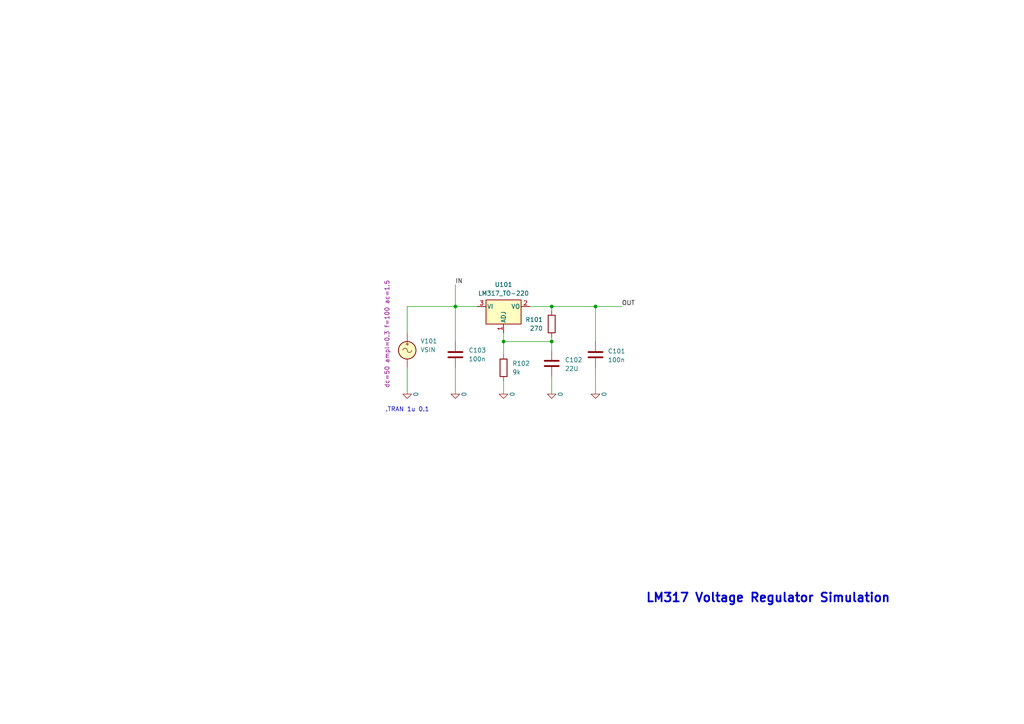
<source format=kicad_sch>
(kicad_sch (version 20250114) (generator "eeschema") (generator_version "9.0")
  (paper "A4")
  (lib_symbols
    (symbol "Device:C" (pin_numbers (hide yes)) (pin_names (offset 0.254))
      (property "Reference" "C" (at 0.635 2.54 0))
      (property "Value" "C" (at 0.635 -2.54 0))
      (symbol "C_0_1"
        (polyline (pts (xy -2.032 0.762) (xy 2.032 0.762)) (stroke (width 0.508)))
        (polyline (pts (xy -2.032 -0.762) (xy 2.032 -0.762)) (stroke (width 0.508)))
      )
      (symbol "C_1_1"
        (pin passive line (at 0 3.81 270) (length 2.794) (name "~") (number "1"))
        (pin passive line (at 0 -3.81 90) (length 2.794) (name "~") (number "2"))
      )
    )
    (symbol "Device:R" (pin_numbers (hide yes)) (pin_names (offset 0))
      (property "Reference" "R" (at 2.032 0 90))
      (property "Value" "R" (at 0 0 90))
      (symbol "R_0_1"
        (rectangle (start -1.016 -2.54) (end 1.016 2.54) (stroke (width 0.254)))
      )
      (symbol "R_1_1"
        (pin passive line (at 0 3.81 270) (length 1.27) (name "~") (number "1"))
        (pin passive line (at 0 -3.81 90) (length 1.27) (name "~") (number "2"))
      )
    )
    (symbol "Regulator_Linear:LM317_TO-220" (pin_names (offset 0.254))
      (property "Reference" "U" (at -3.81 3.175 0))
      (property "Value" "LM317_TO-220" (at 0 3.175 0))
      (symbol "LM317_TO-220_0_1"
        (rectangle (start -5.08 1.905) (end 5.08 -5.08) (stroke (width 0.254)) (fill (type background)))
      )
      (symbol "LM317_TO-220_1_1"
        (pin power_in line (at -7.62 0 0) (length 2.54) (name "VI") (number "3"))
        (pin input line (at 0 -7.62 90) (length 2.54) (name "ADJ") (number "1"))
        (pin power_out line (at 7.62 0 180) (length 2.54) (name "VO") (number "2"))
      )
    )
    (symbol "Simulation_SPICE:VSIN" (pin_numbers (hide yes)) (pin_names (offset 0.0254))
      (property "Reference" "V" (at 2.54 2.54 0))
      (property "Value" "VSIN" (at 2.54 0 0))
      (property "Sim.Params" "dc=0 ampl=1 f=1k ac=1" (at 2.54 -2.54 0))
      (symbol "VSIN_0_0"
        (arc (start -1.27 0) (mid -0.635 0.6323) (end 0 0))
        (arc (start 1.27 0) (mid 0.635 -0.6323) (end 0 0))
        (text "+" (at 0 1.905 0) (effects (font (size 1.27 1.27))))
      )
      (symbol "VSIN_0_1"
        (circle (center 0 0) (radius 2.54) (stroke (width 0.254)) (fill (type background)))
      )
      (symbol "VSIN_1_1"
        (pin passive line (at 0 5.08 270) (length 2.54) (name "~") (number "1"))
        (pin passive line (at 0 -5.08 90) (length 2.54) (name "~") (number "2"))
      )
    )
    (symbol "pspice:0" (power) (pin_names (offset 0))
      (property "Value" "0" (at 0 -1.778 0))
      (symbol "0_0_1"
        (polyline (pts (xy -1.27 0) (xy 0 -1.27) (xy 1.27 0) (xy -1.27 0)))
      )
      (symbol "0_1_1"
        (pin power_in line (at 0 0 0) (length 0) (hide yes) (name "0") (number "1"))
      )
    )
  )
  (text ".TRAN 1u 0.1\n\n" (at 111.76 121.666 0) (effects (font (size 1.27 1.27)) (justify left bottom)))
  (text "LM317 Voltage Regulator Simulation\n" (at 187.198 175.006 0) (effects (font (size 2.54 2.54) (thickness 0.508) (bold yes)) (justify left bottom)))
  (junction (at 172.72 88.9))
  (junction (at 146.05 99.06))
  (junction (at 160.02 88.9))
  (junction (at 160.02 99.06))
  (junction (at 132.08 88.9))
  (wire (pts (xy 118.11 88.9) (xy 118.11 96.52)))
  (wire (pts (xy 146.05 96.52) (xy 146.05 99.06)))
  (wire (pts (xy 153.67 88.9) (xy 160.02 88.9)))
  (wire (pts (xy 146.05 99.06) (xy 146.05 102.87)))
  (wire (pts (xy 160.02 99.06) (xy 160.02 101.6)))
  (wire (pts (xy 132.08 88.9) (xy 132.08 99.06)))
  (wire (pts (xy 160.02 109.22) (xy 160.02 114.3)))
  (wire (pts (xy 132.08 106.68) (xy 132.08 114.3)))
  (wire (pts (xy 160.02 88.9) (xy 172.72 88.9)))
  (wire (pts (xy 160.02 97.79) (xy 160.02 99.06)))
  (wire (pts (xy 172.72 88.9) (xy 180.34 88.9)))
  (wire (pts (xy 172.72 106.68) (xy 172.72 114.3)))
  (wire (pts (xy 118.11 106.68) (xy 118.11 114.3)))
  (wire (pts (xy 160.02 99.06) (xy 146.05 99.06)))
  (wire (pts (xy 132.08 82.55) (xy 132.08 88.9)))
  (wire (pts (xy 118.11 88.9) (xy 132.08 88.9)))
  (wire (pts (xy 160.02 88.9) (xy 160.02 90.17)))
  (wire (pts (xy 172.72 88.9) (xy 172.72 99.06)))
  (wire (pts (xy 132.08 88.9) (xy 138.43 88.9)))
  (wire (pts (xy 146.05 110.49) (xy 146.05 114.3)))
  (label "OUT" (at 180.34 88.9 0))
  (label "IN" (at 132.08 82.55 0))
  (symbol (lib_id "Device:C") (at 132.08 102.87 0) (unit 1)
    (property "Reference" "C103" (at 135.89 101.5999 0) (effects (justify left)))
    (property "Value" "100n" (at 135.89 104.1399 0) (effects (justify left)))
    (property "Description" "Unpolarized capacitor" (effects (hide yes)))
  )
  (symbol (lib_id "pspice:0") (at 146.05 114.3 0) (unit 1)
    (property "Reference" "#GND0101" (effects (hide yes)))
    (property "Value" "0" (at 148.59 115.062 90) (effects (justify left)))
  )
  (symbol (lib_id "pspice:0") (at 118.11 114.3 0) (unit 1)
    (property "Reference" "#GND0102" (effects (hide yes)))
    (property "Value" "0" (at 120.65 115.062 90) (effects (justify left)))
  )
  (symbol (lib_id "Regulator_Linear:LM317_TO-220") (at 146.05 88.9 0) (unit 1)
    (property "Reference" "U101" (at 146.05 82.55 0))
    (property "Value" "LM317_TO-220" (at 146.05 85.09 0))
    (property "Footprint" "Package_TO_SOT_THT:TO-220-3_Vertical" (effects (hide yes)))
    (property "Datasheet" "http://www.ti.com/lit/ds/symlink/lm317.pdf" (effects (hide yes)))
    (property "Description" "1.5A 35V Adjustable Linear Regulator, TO-220" (effects (hide yes)))
    (property "Sim.Library" "lm317.lib" (effects (hide yes)))
    (property "Sim.Name" "LM317/TI" (effects (hide yes)))
    (property "Sim.Device" "SUBCKT" (effects (hide yes)))
    (property "Sim.Pins" "1=adj 2=out 3=in" (effects (hide yes)))
  )
  (symbol (lib_id "Simulation_SPICE:VSIN") (at 118.11 101.6 0) (unit 1)
    (property "Reference" "V101" (at 121.92 98.9301 0) (effects (justify left)))
    (property "Value" "VSIN" (at 121.92 101.4701 0) (effects (justify left)))
    (property "Datasheet" "https://ngspice.sourceforge.io/docs/ngspice-html-manual/manual.xhtml#sec_Independent_Sources_for" (effects (hide yes)))
    (property "Description" "Voltage source, sinusoidal" (effects (hide yes)))
    (property "Sim.Pins" "1=+ 2=-" (effects (hide yes)))
    (property "Sim.Params" "dc=50 ampl=0.3 f=100 ac=1.5" (at 112.268 112.522 90) (effects (justify left)))
    (property "Sim.Type" "SIN" (effects (hide yes)))
    (property "Sim.Device" "V" (effects (hide yes)))
  )
  (symbol (lib_id "pspice:0") (at 160.02 114.3 0) (unit 1)
    (property "Reference" "#GND0105" (effects (hide yes)))
    (property "Value" "0" (at 162.56 115.062 90) (effects (justify left)))
  )
  (symbol (lib_id "Device:R") (at 146.05 106.68 0) (unit 1)
    (property "Reference" "R102" (at 148.59 105.4099 0) (effects (justify left)))
    (property "Value" "9k" (at 148.59 107.9499 0) (effects (justify left)))
    (property "Description" "Resistor" (effects (hide yes)))
  )
  (symbol (lib_id "pspice:0") (at 172.72 114.3 0) (unit 1)
    (property "Reference" "#GND0104" (effects (hide yes)))
    (property "Value" "0" (at 175.26 115.062 90) (effects (justify left)))
  )
  (symbol (lib_id "Device:C") (at 172.72 102.87 0) (unit 1)
    (property "Reference" "C101" (at 176.276 101.854 0) (effects (justify left)))
    (property "Value" "100n" (at 176.276 104.394 0) (effects (justify left)))
    (property "Description" "Unpolarized capacitor" (effects (hide yes)))
  )
  (symbol (lib_id "Device:C") (at 160.02 105.41 0) (unit 1)
    (property "Reference" "C102" (at 163.83 104.394 0) (effects (justify left)))
    (property "Value" "22U" (at 163.83 106.934 0) (effects (justify left)))
    (property "Description" "Unpolarized capacitor" (effects (hide yes)))
  )
  (symbol (lib_id "Device:R") (at 160.02 93.98 0) (mirror y) (unit 1)
    (property "Reference" "R101" (at 157.48 92.7099 0) (effects (justify left)))
    (property "Value" "270" (at 157.48 95.2499 0) (effects (justify left)))
    (property "Description" "Resistor" (effects (hide yes)))
  )
  (symbol (lib_id "pspice:0") (at 132.08 114.3 0) (unit 1)
    (property "Reference" "#GND0103" (effects (hide yes)))
    (property "Value" "0" (at 134.62 115.062 90) (effects (justify left)))
  )
)
</source>
